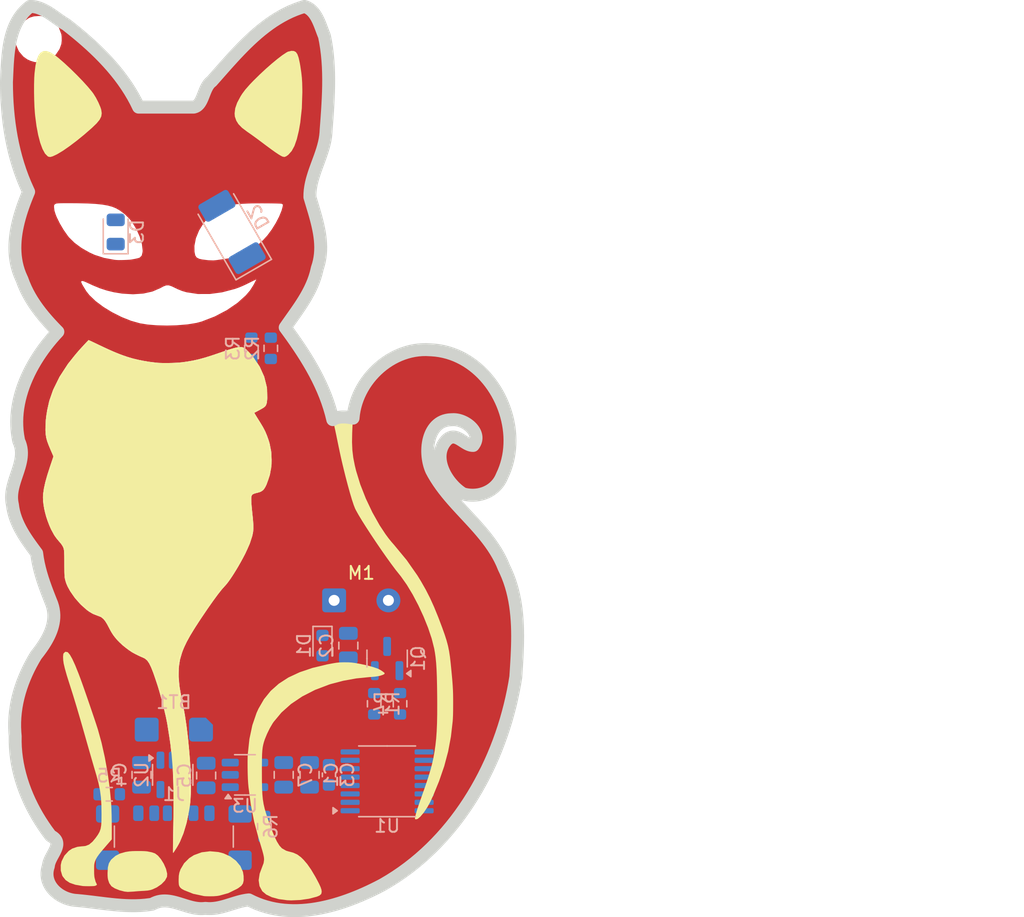
<source format=kicad_pcb>
(kicad_pcb (version 20240108) (generator "pcbnew") (generator_version "8.0")
  (layers (0 "F.Cu" signal) (31 "B.Cu" signal) (36 "B.SilkS" user "B.Silkscreen") (37 "F.SilkS" user "F.Silkscreen") (38 "B.Mask" user) (39 "F.Mask" user) (44 "Edge.Cuts" user))
  (net 0 "")
  (net 1 "GND")
  (net 2 "/VBAT")
  (net 3 "/3V3")
  (net 4 "/5V_USB")
  (net 5 "/LED1_R")
  (net 6 "/LED2_R")
  (net 7 "/MOTOR_GND")
  (net 8 "/MOTOR_MCU_R")
  (net 9 "/LED_MCU")
  (net 10 "/MOTOR_MCU")
  (net 11 "/CC2")
  (net 12 "/CC1")
  (net 15 "Net-(U1-P1.3{slash}UCA0STE{slash}TCK{slash}A4)")
  (net 16 "Net-(U1-P1.5{slash}UCA0CLK{slash}TMS{slash}A5)")
  (net 17 "Net-(U1-P1.6{slash}UCA0RXD{slash}UCA0SOMI{slash}TB0.1{slash}TDI{slash}TCLK{slash}A6)")
  (net 19 "Net-(U1-P1.4{slash}UCA0STE{slash}TCK{slash}A4)")
  (footprint "Graphics" (layer "F.Cu") (at 0 0)
    (property "Reference" "" (at 78.533714 27.204 -0) (layer "B.SilkS") (effects (font (size 1.27 1.27)) (justify mirror)))
    (property "Value" "")
  )
  (footprint "Connector_Wire:SolderWire-0.25sqmm_1x02_P4.2mm_D0.65mm_OD1.7mm" (layer "F.Cu") (at 25.4 46)
    (property "Reference" "M1" (at 2.1 -2.12 0) (layer "F.SilkS"))
    (property "Value" "Motor_DC_ALT")
    (pad "1" thru_hole roundrect (at 0 0) (size 1.85 1.85) (drill 0.85) (layers "*.Cu" "*.Mask") (roundrect_rratio 0.135135) (net 3 "/3V3"))
    (pad "2" thru_hole circle (at 4.2 0) (size 1.85 1.85) (drill 0.85) (layers "*.Cu" "*.Mask") (net 7 "/MOTOR_GND"))
  )
  (footprint "Graphics" (layer "F.Cu") (at 78.533714 27.204 180)
    (property "Reference" "" (at 0 0 0) (layer "B.SilkS") (effects (font (size 1.27 1.27)) (justify mirror)))
    (property "Value" "")
  )
  (footprint "Graphics" (layer "F.Cu") (at 0 0)
    (property "Reference" "" (at 78.533714 27.204 -0) (layer "B.SilkS") (effects (font (size 1.27 1.27)) (justify mirror)))
    (property "Value" "")
    (fp_poly (pts (xy 2.242 0.049) (xy 2.313 0.069) (xy 2.685 0.22) (xy 3.151 0.465) (xy 3.685 0.787) (xy 4.266 1.172) (xy 4.868 1.603) (xy 5.468 2.064) (xy 5.96 2.471) (xy 6.356 2.828) (xy 6.818 3.276) (xy 7.312 3.779) (xy 7.804 4.303) (xy 8.261 4.813) (xy 8.489 5.08) (xy 8.966 5.663) (xy 9.347 6.168) (xy 9.655 6.625) (xy 9.909 7.067) (xy 10.132 7.525) (xy 10.172 7.615) (xy 10.27 7.84) (xy 12.56 7.84) (xy 14.85 7.84) (xy 15.04 7.377) (xy 15.271 6.856) (xy 15.514 6.412) (xy 15.804 5.991) (xy 16.175 5.538) (xy 16.29 5.408) (xy 16.847 4.783) (xy 17.32 4.26) (xy 17.727 3.818) (xy 18.088 3.434) (xy 18.423 3.089) (xy 18.439 3.073) (xy 18.886 2.63) (xy 19.286 2.262) (xy 19.68 1.934) (xy 20.107 1.615) (xy 20.61 1.272) (xy 20.979 1.032) (xy 21.616 0.643) (xy 22.17 0.346) (xy 22.626 0.15) (xy 22.66 0.138) (xy 22.967 0.068) (xy 23.235 0.067) (xy 23.347 0.098) (xy 23.571 0.273) (xy 23.817 0.578) (xy 24.069 0.988) (xy 24.312 1.477) (xy 24.532 2.02) (xy 24.591 2.19) (xy 24.719 2.619) (xy 24.809 3.038) (xy 24.874 3.515) (xy 24.901 3.8) (xy 24.911 3.993) (xy 24.919 4.315) (xy 24.926 4.735) (xy 24.931 5.221) (xy 24.935 5.743) (xy 24.936 6.269) (xy 24.935 6.768) (xy 24.932 7.21) (xy 24.926 7.562) (xy 24.922 7.715) (xy 24.873 8.646) (xy 24.799 9.459) (xy 24.691 10.197) (xy 24.541 10.901) (xy 24.342 11.614) (xy 24.086 12.376) (xy 23.989 12.64) (xy 23.813 13.118) (xy 23.687 13.477) (xy 23.601 13.747) (xy 23.549 13.957) (xy 23.52 14.138) (xy 23.506 14.32) (xy 23.505 14.342) (xy 23.504 14.583) (xy 23.526 14.818) (xy 23.578 15.082) (xy 23.669 15.41) (xy 23.806 15.84) (xy 23.869 16.03) (xy 24.063 16.635) (xy 24.199 17.14) (xy 24.286 17.587) (xy 24.333 18.021) (xy 24.347 18.487) (xy 24.347 18.51) (xy 24.34 18.921) (xy 24.31 19.267) (xy 24.249 19.642) (xy 24.228 19.75) (xy 24.115 20.217) (xy 23.951 20.765) (xy 23.755 21.334) (xy 23.549 21.868) (xy 23.352 22.307) (xy 23.337 22.337) (xy 23.211 22.57) (xy 23.058 22.816) (xy 22.858 23.109) (xy 22.59 23.477) (xy 22.409 23.72) (xy 22.073 24.175) (xy 21.832 24.512) (xy 21.684 24.74) (xy 21.622 24.864) (xy 21.62 24.879) (xy 21.682 25.028) (xy 21.869 25.275) (xy 21.89 25.299) (xy 22.068 25.527) (xy 22.308 25.859) (xy 22.587 26.263) (xy 22.884 26.708) (xy 23.178 27.16) (xy 23.446 27.587) (xy 23.668 27.957) (xy 23.67 27.96) (xy 24.352 29.297) (xy 24.91 30.73) (xy 25.108 31.362) (xy 25.183 31.62) (xy 25.239 31.817) (xy 25.26 31.894) (xy 25.281 31.978) (xy 25.407 31.931) (xy 25.825 31.832) (xy 26.304 31.813) (xy 26.615 31.847) (xy 26.769 31.873) (xy 26.827 31.88) (xy 26.858 31.819) (xy 26.868 31.735) (xy 26.934 31.254) (xy 27.05 30.802) (xy 27.232 30.321) (xy 27.426 29.9) (xy 27.907 29.067) (xy 28.485 28.35) (xy 28.799 28.044) (xy 29.551 27.469) (xy 30.369 27.036) (xy 31.242 26.748) (xy 32.156 26.611) (xy 33.099 26.626) (xy 33.678 26.71) (xy 34.592 26.969) (xy 35.464 27.376) (xy 36.276 27.92) (xy 37.01 28.591) (xy 37.055 28.64) (xy 37.664 29.395) (xy 38.161 30.23) (xy 38.211 30.33) (xy 38.616 31.334) (xy 38.87 32.393) (xy 38.975 33.503) (xy 38.975 33.918) (xy 38.888 34.857) (xy 38.672 35.705) (xy 38.328 36.46) (xy 37.858 37.118) (xy 37.617 37.372) (xy 37.409 37.548) (xy 37.192 37.666) (xy 36.92 37.743) (xy 36.549 37.794) (xy 36.384 37.809) (xy 35.964 37.835) (xy 35.658 37.826) (xy 35.422 37.772) (xy 35.21 37.666) (xy 35.06 37.563) (xy 34.787 37.326) (xy 34.516 37.041) (xy 34.42 36.922) (xy 34.093 36.423) (xy 33.835 35.899) (xy 33.658 35.384) (xy 33.575 34.916) (xy 33.582 34.626) (xy 33.7 34.18) (xy 33.909 33.802) (xy 34.186 33.529) (xy 34.291 33.468) (xy 34.455 33.404) (xy 34.603 33.386) (xy 34.851 33.396) (xy 35.083 33.474) (xy 35.344 33.64) (xy 35.56 33.812) (xy 35.823 33.975) (xy 36.064 34.021) (xy 36.193 33.982) (xy 36.311 33.831) (xy 36.373 33.588) (xy 36.374 33.574) (xy 36.329 33.153) (xy 36.134 32.768) (xy 35.796 32.434) (xy 35.72 32.38) (xy 35.263 32.153) (xy 34.75 32.037) (xy 34.234 32.036) (xy 33.807 32.141) (xy 33.388 32.392) (xy 33.055 32.772) (xy 32.814 33.274) (xy 32.677 33.842) (xy 32.659 34.069) (xy 32.653 34.378) (xy 32.66 34.694) (xy 32.678 34.94) (xy 32.79 35.513) (xy 32.981 36.054) (xy 33.265 36.594) (xy 33.661 37.167) (xy 33.958 37.54) (xy 34.148 37.764) (xy 34.36 38.003) (xy 34.628 38.293) (xy 34.87 38.55) (xy 35.617 39.352) (xy 36.256 40.065) (xy 36.799 40.705) (xy 37.259 41.289) (xy 37.648 41.834) (xy 37.978 42.356) (xy 38.262 42.872) (xy 38.511 43.398) (xy 38.606 43.62) (xy 38.776 44.053) (xy 38.955 44.55) (xy 39.125 45.054) (xy 39.265 45.508) (xy 39.338 45.774) (xy 39.406 46.063) (xy 39.457 46.331) (xy 39.494 46.611) (xy 39.521 46.934) (xy 39.539 47.332) (xy 39.552 47.839) (xy 39.558 48.21) (xy 39.567 49.316) (xy 39.553 50.293) (xy 39.511 51.171) (xy 39.438 51.979) (xy 39.329 52.746) (xy 39.18 53.504) (xy 38.988 54.28) (xy 38.747 55.106) (xy 38.463 55.98) (xy 37.824 57.701) (xy 37.099 59.307) (xy 36.274 60.825) (xy 35.63 61.85) (xy 34.604 63.266) (xy 33.489 64.562) (xy 32.291 65.733) (xy 31.016 66.775) (xy 29.67 67.682) (xy 28.261 68.449) (xy 26.795 69.073) (xy 25.277 69.549) (xy 25.031 69.611) (xy 24.244 69.785) (xy 23.55 69.902) (xy 22.897 69.968) (xy 22.34 69.989) (xy 22.053 69.991) (xy 21.824 69.991) (xy 21.71 69.988) (xy 20.898 69.885) (xy 20.3 69.747) (xy 19.918 69.626) (xy 19.519 69.483) (xy 19.158 69.338) (xy 18.89 69.213) (xy 18.865 69.199) (xy 18.698 69.146) (xy 18.478 69.158) (xy 18.173 69.242) (xy 17.869 69.356) (xy 17.548 69.48) (xy 17.304 69.563) (xy 17.065 69.627) (xy 17.01 69.641) (xy 16.03 69.795) (xy 15.021 69.801) (xy 14.338 69.72) (xy 14.083 69.67) (xy 13.82 69.603) (xy 13.496 69.504) (xy 13.21 69.41) (xy 12.819 69.286) (xy 12.53 69.219) (xy 12.299 69.205) (xy 12.08 69.241) (xy 11.888 69.301) (xy 11.562 69.413) (xy 11.286 69.5) (xy 11.034 69.564) (xy 10.782 69.606) (xy 10.507 69.627) (xy 10.183 69.628) (xy 9.787 69.611) (xy 9.294 69.577) (xy 8.68 69.527) (xy 8.27 69.493) (xy 7.568 69.433) (xy 7.004 69.383) (xy 6.554 69.34) (xy 6.199 69.303) (xy 5.914 69.268) (xy 5.678 69.233) (xy 5.47 69.195) (xy 5.266 69.152) (xy 5.2 69.137) (xy 4.641 68.981) (xy 4.198 68.79) (xy 3.999 68.67) (xy 3.613 68.333) (xy 3.36 67.916) (xy 3.232 67.409) (xy 3.214 67.09) (xy 3.223 66.855) (xy 3.262 66.633) (xy 3.342 66.348) (xy 3.362 66.288) (xy 3.466 66) (xy 3.611 65.672) (xy 3.818 65.256) (xy 3.824 65.246) (xy 3.939 65.017) (xy 4.016 64.855) (xy 4.037 64.801) (xy 3.982 64.738) (xy 3.847 64.592) (xy 3.669 64.406) (xy 3.392 64.112) (xy 3.189 63.877) (xy 3.018 63.651) (xy 2.9 63.48) (xy 2.527 62.869) (xy 2.147 62.148) (xy 1.784 61.366) (xy 1.516 60.712) (xy 1.382 60.348) (xy 1.238 59.935) (xy 1.107 59.538) (xy 1.011 59.223) (xy 1.01 59.22) (xy 0.924 58.899) (xy 0.858 58.603) (xy 0.809 58.304) (xy 0.774 57.975) (xy 0.751 57.588) (xy 0.738 57.115) (xy 0.732 56.53) (xy 0.731 56.04) (xy 0.731 55.479) (xy 0.734 55.049) (xy 0.74 54.724) (xy 0.751 54.474) (xy 0.767 54.273) (xy 0.79 54.091) (xy 0.812 53.95) (xy 0.918 53.49) (xy 1.095 52.93) (xy 1.329 52.304) (xy 1.606 51.649) (xy 1.84 51.15) (xy 2.154 50.546) (xy 2.475 50.018) (xy 2.849 49.485) (xy 2.89 49.43) (xy 3.125 49.107) (xy 3.287 48.858) (xy 3.404 48.635) (xy 3.446 48.54) (xy 3.614 48.025) (xy 3.683 47.478) (xy 3.687 47.29) (xy 3.651 46.727) (xy 3.536 46.179) (xy 3.329 45.595) (xy 3.185 45.27) (xy 2.924 44.668) (xy 2.74 44.128) (xy 2.612 43.584) (xy 2.531 43.049) (xy 2.472 42.663) (xy 2.397 42.384) (xy 2.306 42.18) (xy 2.223 42.04) (xy 2.128 41.921) (xy 2.032 41.82) (xy 1.56 41.236) (xy 1.144 40.528) (xy 0.802 39.729) (xy 0.733 39.526) (xy 0.608 39.11) (xy 0.533 38.765) (xy 0.496 38.414) (xy 0.492 38.323) (xy 2.88 38.323) (xy 2.966 38.918) (xy 3.128 39.555) (xy 3.357 40.191) (xy 3.511 40.53) (xy 3.727 40.929) (xy 3.956 41.253) (xy 4.085 41.404) (xy 4.274 41.625) (xy 4.384 41.782) (xy 4.438 41.895) (xy 4.474 41.999) (xy 4.499 42.117) (xy 4.515 42.28) (xy 4.524 42.519) (xy 4.528 42.864) (xy 4.529 43.2) (xy 4.531 43.607) (xy 4.533 43.887) (xy 4.539 44.072) (xy 4.548 44.197) (xy 4.563 44.293) (xy 4.576 44.352) (xy 4.657 44.649) (xy 4.777 44.933) (xy 4.967 45.273) (xy 4.977 45.29) (xy 5.356 45.832) (xy 5.813 46.344) (xy 6.298 46.771) (xy 6.453 46.882) (xy 6.792 47.071) (xy 7.13 47.199) (xy 7.367 47.29) (xy 7.552 47.443) (xy 7.554 47.446) (xy 7.695 47.618) (xy 7.839 47.852) (xy 7.964 48.089) (xy 8.145 48.43) (xy 8.312 48.692) (xy 8.509 48.943) (xy 8.616 49.067) (xy 9.023 49.467) (xy 9.508 49.846) (xy 9.76 50.011) (xy 9.985 50.136) (xy 10.26 50.274) (xy 10.504 50.385) (xy 10.57 50.411) (xy 10.777 50.513) (xy 10.949 50.667) (xy 11.105 50.9) (xy 11.265 51.241) (xy 11.405 51.6) (xy 11.764 52.657) (xy 12.093 53.803) (xy 12.372 54.967) (xy 12.488 55.54) (xy 12.746 57.208) (xy 12.912 58.981) (xy 12.985 60.868) (xy 12.978 62.49) (xy 12.961 63.315) (xy 12.948 64.023) (xy 12.94 64.604) (xy 12.936 65.052) (xy 12.938 65.36) (xy 12.944 65.519) (xy 12.949 65.54) (xy 12.992 65.481) (xy 13.086 65.338) (xy 13.095 65.325) (xy 13.267 65.052) (xy 13.389 64.839) (xy 13.459 64.703) (xy 13.737 64.041) (xy 13.972 63.266) (xy 14.155 62.422) (xy 14.276 61.555) (xy 14.318 60.947) (xy 14.326 60.235) (xy 14.304 59.405) (xy 14.255 58.498) (xy 14.182 57.551) (xy 14.089 56.606) (xy 13.979 55.7) (xy 13.856 54.873) (xy 13.74 54.246) (xy 13.678 53.945) (xy 13.617 53.653) (xy 13.602 53.58) (xy 13.446 52.695) (xy 13.372 51.921) (xy 13.382 51.229) (xy 13.476 50.594) (xy 13.654 49.987) (xy 13.664 49.96) (xy 13.818 49.584) (xy 14.007 49.191) (xy 14.245 48.758) (xy 14.548 48.258) (xy 14.928 47.668) (xy 15.119 47.38) (xy 15.613 46.649) (xy 16.051 46.026) (xy 16.425 45.518) (xy 16.73 45.134) (xy 16.95 44.89) (xy 17.146 44.662) (xy 17.393 44.319) (xy 17.672 43.891) (xy 17.966 43.409) (xy 18.255 42.901) (xy 18.521 42.398) (xy 18.54 42.36) (xy 18.871 41.623) (xy 19.079 40.979) (xy 19.132 40.722) (xy 19.156 40.461) (xy 19.152 40.129) (xy 19.118 39.688) (xy 19.101 39.525) (xy 19.045 38.98) (xy 19.009 38.571) (xy 18.991 38.276) (xy 18.992 38.073) (xy 19.011 37.94) (xy 19.047 37.854) (xy 19.057 37.84) (xy 19.134 37.773) (xy 19.281 37.721) (xy 19.426 37.688) (xy 19.719 37.6) (xy 19.923 37.459) (xy 20.084 37.224) (xy 20.172 37.039) (xy 20.431 36.297) (xy 20.554 35.533) (xy 20.569 35.13) (xy 20.533 34.473) (xy 20.413 33.864) (xy 20.322 33.563) (xy 20.203 33.23) (xy 20.07 32.925) (xy 19.901 32.603) (xy 19.674 32.222) (xy 19.504 31.952) (xy 19.361 31.722) (xy 19.263 31.555) (xy 19.231 31.487) (xy 19.231 31.486) (xy 19.324 31.44) (xy 19.501 31.346) (xy 19.706 31.232) (xy 19.883 31.131) (xy 19.974 31.075) (xy 20.105 30.943) (xy 20.184 30.75) (xy 20.224 30.454) (xy 20.231 30.33) (xy 20.192 29.502) (xy 19.995 28.696) (xy 19.642 27.915) (xy 19.236 27.296) (xy 19.042 27.056) (xy 18.825 26.813) (xy 18.627 26.611) (xy 18.497 26.501) (xy 18.361 26.431) (xy 18.202 26.399) (xy 17.997 26.409) (xy 17.723 26.464) (xy 17.358 26.57) (xy 16.878 26.729) (xy 16.6 26.826) (xy 15.944 27.05) (xy 15.392 27.222) (xy 14.899 27.354) (xy 14.423 27.456) (xy 13.918 27.541) (xy 13.696 27.572) (xy 13.322 27.608) (xy 12.857 27.631) (xy 12.372 27.639) (xy 11.934 27.631) (xy 11.784 27.622) (xy 11.028 27.535) (xy 10.252 27.391) (xy 9.83 27.287) (xy 9.341 27.141) (xy 8.846 26.965) (xy 8.308 26.746) (xy 7.693 26.469) (xy 7.234 26.251) (xy 6.909 26.095) (xy 6.643 25.969) (xy 6.464 25.888) (xy 6.402 25.864) (xy 6.344 25.921) (xy 6.208 26.062) (xy 6.029 26.254) (xy 5.836 26.463) (xy 5.662 26.654) (xy 5.619 26.701) (xy 4.8 27.71) (xy 4.141 28.728) (xy 3.641 29.754) (xy 3.371 30.53) (xy 3.196 31.285) (xy 3.09 32.067) (xy 3.064 32.803) (xy 3.067 32.88) (xy 3.087 33.177) (xy 3.129 33.439) (xy 3.206 33.711) (xy 3.331 34.042) (xy 3.472 34.377) (xy 3.683 34.864) (xy 3.423 35.637) (xy 3.212 36.291) (xy 3.058 36.836) (xy 2.953 37.309) (xy 2.888 37.746) (xy 2.88 37.813) (xy 2.88 38.323) (xy 0.492 38.323) (xy 0.486 38.16) (xy 0.486 37.836) (xy 0.508 37.532) (xy 0.558 37.213) (xy 0.644 36.846) (xy 0.772 36.396) (xy 0.943 35.85) (xy 1.104 35.325) (xy 1.206 34.94) (xy 1.251 34.688) (xy 1.237 34.413) (xy 1.14 34.064) (xy 1.102 33.96) (xy 0.903 33.288) (xy 0.866 33.09) (xy 0.842 32.833) (xy 0.83 32.478) (xy 0.83 32.088) (xy 0.843 31.723) (xy 0.866 31.46) (xy 1.11 30.269) (xy 1.498 29.087) (xy 2.02 27.947) (xy 2.663 26.88) (xy 2.732 26.78) (xy 2.897 26.55) (xy 3.064 26.333) (xy 3.265 26.089) (xy 3.532 25.777) (xy 3.606 25.692) (xy 3.812 25.454) (xy 3.934 25.309) (xy 3.989 25.231) (xy 3.998 25.193) (xy 3.986 25.173) (xy 3.919 25.099) (xy 3.77 24.937) (xy 3.567 24.717) (xy 3.478 24.621) (xy 3.167 24.283) (xy 2.942 24.034) (xy 2.775 23.842) (xy 2.644 23.681) (xy 2.555 23.566) (xy 1.979 22.703) (xy 1.488 21.74) (xy 1.353 21.389) (xy 5.836 21.389) (xy 5.917 21.57) (xy 5.918 21.571) (xy 6.22 22.07) (xy 6.471 22.388) (xy 6.951 22.847) (xy 7.551 23.296) (xy 8.234 23.714) (xy 8.962 24.08) (xy 9.694 24.371) (xy 10.394 24.568) (xy 10.395 24.568) (xy 10.989 24.662) (xy 11.692 24.719) (xy 12.458 24.739) (xy 13.2 24.719) (xy 14.05 24.649) (xy 14.75 24.534) (xy 15.149 24.427) (xy 16.167 24.033) (xy 17.1 23.546) (xy 17.925 22.979) (xy 18.57 22.398) (xy 18.884 22.03) (xy 19.151 21.614) (xy 19.237 21.456) (xy 19.328 21.278) (xy 19.377 21.178) (xy 19.38 21.17) (xy 19.315 21.198) (xy 19.145 21.279) (xy 18.925 21.387) (xy 18.534 21.579) (xy 18.231 21.717) (xy 17.963 21.824) (xy 17.712 21.911) (xy 16.738 22.168) (xy 15.78 22.298) (xy 14.86 22.299) (xy 14.004 22.169) (xy 13.933 22.151) (xy 13.617 22.058) (xy 13.322 21.938) (xy 13.126 21.843) (xy 12.817 21.697) (xy 12.594 21.627) (xy 12.402 21.633) (xy 12.186 21.717) (xy 11.938 21.852) (xy 11.336 22.11) (xy 10.629 22.266) (xy 9.842 22.32) (xy 8.995 22.268) (xy 8.38 22.168) (xy 7.817 22.033) (xy 7.277 21.857) (xy 6.7 21.618) (xy 6.4 21.479) (xy 6.15 21.363) (xy 6.002 21.306) (xy 5.92 21.291) (xy 5.837 21.309) (xy 5.836 21.389) (xy 1.353 21.389) (xy 1.069 20.654) (xy 1.04 20.567) (xy 0.951 20.29) (xy 0.878 20.047) (xy 0.849 19.946) (xy 0.705 19.116) (xy 0.695 18.245) (xy 0.82 17.316) (xy 0.96 16.72) (xy 1.026 16.488) (xy 1.097 16.255) (xy 1.188 15.985) (xy 1.309 15.641) (xy 1.355 15.514) (xy 3.732 15.514) (xy 3.733 15.593) (xy 3.763 15.845) (xy 3.855 16.142) (xy 3.94 16.352) (xy 4.182 16.843) (xy 4.484 17.352) (xy 4.802 17.804) (xy 4.896 17.92) (xy 5.32 18.338) (xy 5.862 18.737) (xy 6.479 19.089) (xy 6.872 19.268) (xy 7.599 19.503) (xy 8.393 19.65) (xy 8.56 19.667) (xy 8.758 19.674) (xy 9.044 19.67) (xy 9.35 19.659) (xy 9.605 19.643) (xy 9.706 19.631) (xy 10.034 19.571) (xy 10.276 19.511) (xy 10.365 19.477) (xy 10.517 19.318) (xy 10.582 19.033) (xy 10.585 18.92) (xy 10.543 18.578) (xy 14.591 18.578) (xy 14.599 19.029) (xy 14.657 19.309) (xy 14.77 19.479) (xy 14.977 19.579) (xy 15.21 19.628) (xy 15.659 19.684) (xy 16.052 19.698) (xy 16.268 19.68) (xy 16.405 19.66) (xy 16.648 19.625) (xy 16.948 19.583) (xy 16.97 19.58) (xy 17.451 19.506) (xy 17.817 19.433) (xy 18.113 19.347) (xy 18.383 19.237) (xy 18.51 19.176) (xy 18.973 18.899) (xy 19.463 18.528) (xy 19.923 18.107) (xy 20.23 17.77) (xy 20.57 17.312) (xy 20.883 16.809) (xy 21.146 16.302) (xy 21.337 15.833) (xy 21.422 15.515) (xy 21.434 15.382) (xy 21.372 15.329) (xy 21.327 15.316) (xy 21.21 15.305) (xy 20.967 15.296) (xy 20.631 15.289) (xy 20.237 15.285) (xy 19.818 15.284) (xy 19.408 15.285) (xy 19.042 15.289) (xy 18.752 15.297) (xy 18.71 15.299) (xy 18.139 15.329) (xy 17.699 15.363) (xy 17.362 15.405) (xy 17.1 15.457) (xy 16.973 15.493) (xy 16.544 15.684) (xy 16.101 15.979) (xy 15.799 16.243) (xy 15.322 16.789) (xy 14.955 17.378) (xy 14.707 17.983) (xy 14.591 18.578) (xy 10.543 18.578) (xy 10.524 18.416) (xy 10.356 17.857) (xy 10.103 17.291) (xy 9.782 16.763) (xy 9.57 16.49) (xy 9.242 16.162) (xy 8.86 15.864) (xy 8.534 15.672) (xy 8.236 15.551) (xy 7.886 15.455) (xy 7.466 15.382) (xy 6.955 15.329) (xy 6.336 15.295) (xy 5.588 15.277) (xy 5.07 15.273) (xy 4.615 15.272) (xy 4.293 15.275) (xy 4.078 15.282) (xy 3.942 15.295) (xy 3.861 15.318) (xy 3.806 15.352) (xy 3.785 15.369) (xy 3.743 15.42) (xy 3.732 15.514) (xy 1.355 15.514) (xy 1.474 15.185) (xy 1.481 15.166) (xy 1.765 14.384) (xy 1.451 13.637) (xy 1.144 12.873) (xy 0.904 12.185) (xy 0.709 11.511) (xy 0.561 10.88) (xy 0.291 9.382) (xy 0.126 7.874) (xy 0.061 6.3) (xy 0.059 5.99) (xy 0.074 5.071) (xy 0.124 4.261) (xy 0.211 3.512) (xy 0.292 3.02) (xy 0.399 2.57) (xy 0.753 2.57) (xy 0.758 2.8) (xy 0.778 2.954) (xy 0.797 3.03) (xy 1.012 3.522) (xy 1.357 3.927) (xy 1.68 4.156) (xy 1.912 4.257) (xy 2.184 4.339) (xy 2.28 4.358) (xy 2.583 4.37) (xy 2.903 4.336) (xy 2.97 4.321) (xy 3.459 4.115) (xy 3.861 3.784) (xy 4.155 3.349) (xy 4.293 2.967) (xy 4.326 2.694) (xy 4.32 2.377) (xy 4.292 2.192) (xy 4.1 1.691) (xy 3.774 1.279) (xy 3.671 1.189) (xy 3.228 0.921) (xy 3.007 0.846) (xy 2.845 0.807) (xy 2.683 0.793) (xy 2.53 0.793) (xy 2.186 0.817) (xy 1.897 0.901) (xy 1.77 0.957) (xy 1.328 1.255) (xy 0.995 1.665) (xy 0.808 2.09) (xy 0.771 2.232) (xy 0.756 2.377) (xy 0.753 2.57) (xy 0.399 2.57) (xy 0.494 2.173) (xy 0.763 1.434) (xy 1.094 0.818) (xy 1.469 0.35) (xy 1.737 0.125) (xy 1.98 0.03)) (fill solid) (layer "F.Cu"))
  )
  (footprint "Graphics" (layer "F.Cu") (at 0 0)
    (property "Reference" "" (at 78.533714 27.204 -0) (layer "B.SilkS") (effects (font (size 1.27 1.27)) (justify mirror)))
    (property "Value" "")
  )
  (footprint "Package_TO_SOT_SMD:SOT-23-5" (layer "B.Cu") (at 12.912 59.5 -90)
    (property "Reference" "U2" (at 0 2.4 90) (layer "B.SilkS") (effects (justify mirror)))
    (property "Value" "MCP73811T-420I-OT")
    (pad "1" smd roundrect (at -1.1375 0.95 270) (size 1.325 0.6) (layers "B.Cu" "B.Paste" "B.Mask") (net 4 "/5V_USB"))
    (pad "2" smd roundrect (at -1.1375 0 270) (size 1.325 0.6) (layers "B.Cu" "B.Paste" "B.Mask") (net 1 "GND"))
    (pad "3" smd roundrect (at -1.1375 -0.95 270) (size 1.325 0.6) (layers "B.Cu" "B.Paste" "B.Mask") (net 2 "/VBAT"))
    (pad "4" smd roundrect (at 1.1375 -0.95 270) (size 1.325 0.6) (layers "B.Cu" "B.Paste" "B.Mask") (net 4 "/5V_USB"))
    (pad "5" smd roundrect (at 1.1375 0.95 270) (size 1.325 0.6) (layers "B.Cu" "B.Paste" "B.Mask") (net 1 "GND"))
  )
  (footprint "Package_SO:TSSOP-16_4.4x5mm_P0.65mm" (layer "B.Cu") (at 29.5 60)
    (property "Reference" "U1" (at 0 3.45 360) (layer "B.SilkS") (effects (justify mirror)))
    (property "Value" "MSP430FR2110/MSP430FR2111")
    (pad "1" smd roundrect (at -2.8625 2.275) (size 1.475 0.4) (layers "B.Cu" "B.Paste" "B.Mask"))
    (pad "2" smd roundrect (at -2.8625 1.625) (size 1.475 0.4) (layers "B.Cu" "B.Paste" "B.Mask"))
    (pad "3" smd roundrect (at -2.8625 0.975) (size 1.475 0.4) (layers "B.Cu" "B.Paste" "B.Mask"))
    (pad "4" smd roundrect (at -2.8625 0.325) (size 1.475 0.4) (layers "B.Cu" "B.Paste" "B.Mask"))
    (pad "5" smd roundrect (at -2.8625 -0.325) (size 1.475 0.4) (layers "B.Cu" "B.Paste" "B.Mask") (net 3 "/3V3"))
    (pad "6" smd roundrect (at -2.8625 -0.975) (size 1.475 0.4) (layers "B.Cu" "B.Paste" "B.Mask") (net 1 "GND"))
    (pad "7" smd roundrect (at -2.8625 -1.625) (size 1.475 0.4) (layers "B.Cu" "B.Paste" "B.Mask"))
    (pad "8" smd roundrect (at -2.8625 -2.275) (size 1.475 0.4) (layers "B.Cu" "B.Paste" "B.Mask"))
    (pad "9" smd roundrect (at 2.8625 -2.275) (size 1.475 0.4) (layers "B.Cu" "B.Paste" "B.Mask"))
    (pad "10" smd roundrect (at 2.8625 -1.625) (size 1.475 0.4) (layers "B.Cu" "B.Paste" "B.Mask") (net 9 "/LED_MCU"))
    (pad "11" smd roundrect (at 2.8625 -0.975) (size 1.475 0.4) (layers "B.Cu" "B.Paste" "B.Mask") (net 10 "/MOTOR_MCU"))
    (pad "12" smd roundrect (at 2.8625 -0.325) (size 1.475 0.4) (layers "B.Cu" "B.Paste" "B.Mask") (net 17 "Net-(U1-P1.6{slash}UCA0RXD{slash}UCA0SOMI{slash}TB0.1{slash}TDI{slash}TCLK{slash}A6)"))
    (pad "13" smd roundrect (at 2.8625 0.325) (size 1.475 0.4) (layers "B.Cu" "B.Paste" "B.Mask") (net 16 "Net-(U1-P1.5{slash}UCA0CLK{slash}TMS{slash}A5)"))
    (pad "14" smd roundrect (at 2.8625 0.975) (size 1.475 0.4) (layers "B.Cu" "B.Paste" "B.Mask") (net 19 "Net-(U1-P1.4{slash}UCA0STE{slash}TCK{slash}A4)"))
    (pad "15" smd roundrect (at 2.8625 1.625) (size 1.475 0.4) (layers "B.Cu" "B.Paste" "B.Mask") (net 15 "Net-(U1-P1.3{slash}UCA0STE{slash}TCK{slash}A4)"))
    (pad "16" smd roundrect (at 2.8625 2.275) (size 1.475 0.4) (layers "B.Cu" "B.Paste" "B.Mask"))
  )
  (footprint "Resistor_SMD:R_0603_1608Metric" (layer "B.Cu") (at 20.5 26.5 -90)
    (property "Reference" "R2" (at 0 1.43 90) (layer "B.SilkS") (effects (justify mirror)))
    (property "Value" "1k")
    (pad "1" smd roundrect (at -0.825 0 270) (size 0.8 0.95) (layers "B.Cu" "B.Paste" "B.Mask") (net 5 "/LED1_R"))
    (pad "2" smd roundrect (at 0.825 0 270) (size 0.8 0.95) (layers "B.Cu" "B.Paste" "B.Mask") (net 9 "/LED_MCU"))
  )
  (footprint "Connector_USB:USB_C_Receptacle_GCT_USB4135-GF-A_6P_TopMnt_Horizontal" (layer "B.Cu") (at 13 65.5 180)
    (property "Reference" "J1" (at 0 4.5 0) (layer "B.SilkS") (effects (justify mirror)))
    (property "Value" "USB4135-GF-A_REVA")
    (pad "A5" smd roundrect (at -0.5 3.0325 180) (size 0.7 1.2) (layers "B.Cu" "B.Paste" "B.Mask") (net 12 "/CC1"))
    (pad "A9" smd roundrect (at 1.52 3.0325) (size 0.76 1.2) (layers "B.Cu" "B.Paste" "B.Mask") (net 4 "/5V_USB"))
    (pad "A12" smd roundrect (at 2.75 3.0325) (size 0.8 1.2) (layers "B.Cu" "B.Paste" "B.Mask") (net 1 "GND"))
    (pad "B5" smd roundrect (at 0.5 3.0325) (size 0.7 1.2) (layers "B.Cu" "B.Paste" "B.Mask") (net 11 "/CC2"))
    (pad "B9" smd roundrect (at -1.52 3.0325 180) (size 0.76 1.2) (layers "B.Cu" "B.Paste" "B.Mask") (net 4 "/5V_USB"))
    (pad "B12" smd roundrect (at -2.75 3.0325 180) (size 0.8 1.2) (layers "B.Cu" "B.Paste" "B.Mask") (net 1 "GND"))
    (pad "S1" smd roundrect (at -5.125 -0.6025 180) (size 1.8 1.5) (layers "B.Cu" "B.Paste" "B.Mask") (roundrect_rratio 0.1666666667) (net 1 "GND"))
    (pad "S1" smd roundrect (at -5.125 2.9775 180) (size 1.8 1.35) (layers "B.Cu" "B.Paste" "B.Mask") (roundrect_rratio 0.1851851852) (net 1 "GND"))
    (pad "S1" smd roundrect (at 5.125 -0.6025 180) (size 1.8 1.5) (layers "B.Cu" "B.Paste" "B.Mask") (roundrect_rratio 0.1666666667) (net 1 "GND"))
    (pad "S1" smd roundrect (at 5.125 2.9775 180) (size 1.8 1.35) (layers "B.Cu" "B.Paste" "B.Mask") (roundrect_rratio 0.1851851852) (net 1 "GND"))
  )
  (footprint "Connector_Wire:SolderWire-0.25sqmm_1x02_P4.2mm_D0.65mm_OD1.7mm" (layer "B.Cu") (at 15.1 56 180)
    (property "Reference" "BT1" (at 2.1 2.12 0) (layer "B.SilkS") (effects (justify mirror)))
    (property "Value" "Battery_Cell")
    (pad "1" smd roundrect (at 0 0 180) (size 1.85 1.85) (layers "B.Cu" "B.Paste" "B.Mask") (roundrect_rratio 0.15) (chamfer_ratio 0.3) (chamfer bottom_left) (net 2 "/VBAT"))
    (pad "2" smd roundrect (at 4.2 0 180) (size 1.85 1.85) (layers "B.Cu" "B.Paste" "B.Mask") (roundrect_rratio 0.1351351351) (net 1 "GND"))
  )
  (footprint "Resistor_SMD:R_0603_1608Metric" (layer "B.Cu") (at 8 61 180)
    (property "Reference" "R5" (at 0 1.43 360) (layer "B.SilkS") (effects (justify mirror)))
    (property "Value" "5.1k")
    (pad "1" smd roundrect (at -0.825 0 180) (size 0.8 0.95) (layers "B.Cu" "B.Paste" "B.Mask") (net 11 "/CC2"))
    (pad "2" smd roundrect (at 0.825 0 180) (size 0.8 0.95) (layers "B.Cu" "B.Paste" "B.Mask") (net 1 "GND"))
  )
  (footprint "Capacitor_SMD:C_0805_2012Metric" (layer "B.Cu") (at 23.5 59.5 90)
    (property "Reference" "C1" (at 0 1.68 90) (layer "B.SilkS") (effects (justify mirror)))
    (property "Value" "10u")
    (pad "1" smd roundrect (at -0.95 0 90) (size 1 1.45) (layers "B.Cu" "B.Paste" "B.Mask") (net 3 "/3V3"))
    (pad "2" smd roundrect (at 0.95 0 90) (size 1 1.45) (layers "B.Cu" "B.Paste" "B.Mask") (net 1 "GND"))
  )
  (footprint "Capacitor_SMD:C_0805_2012Metric" (layer "B.Cu") (at 26.5 49.5 -90)
    (property "Reference" "C2" (at 0 1.68 90) (layer "B.SilkS") (effects (justify mirror)))
    (property "Value" "10u")
    (pad "1" smd roundrect (at -0.95 0 270) (size 1 1.45) (layers "B.Cu" "B.Paste" "B.Mask") (net 3 "/3V3"))
    (pad "2" smd roundrect (at 0.95 0 270) (size 1 1.45) (layers "B.Cu" "B.Paste" "B.Mask") (net 1 "GND"))
  )
  (footprint "Capacitor_SMD:C_0603_1608Metric" (layer "B.Cu") (at 25 59.5 90)
    (property "Reference" "C3" (at 0 1.43 90) (layer "B.SilkS") (effects (justify mirror)))
    (property "Value" "100n")
    (pad "1" smd roundrect (at -0.775 0 90) (size 0.9 0.95) (layers "B.Cu" "B.Paste" "B.Mask") (net 3 "/3V3"))
    (pad "2" smd roundrect (at 0.775 0 90) (size 0.9 0.95) (layers "B.Cu" "B.Paste" "B.Mask") (net 1 "GND"))
  )
  (footprint "Capacitor_SMD:C_0805_2012Metric" (layer "B.Cu") (at 15.5 59.55 -90)
    (property "Reference" "C5" (at 0 1.68 90) (layer "B.SilkS") (effects (justify mirror)))
    (property "Value" "1u")
    (pad "1" smd roundrect (at -0.95 0 270) (size 1 1.45) (layers "B.Cu" "B.Paste" "B.Mask") (net 2 "/VBAT"))
    (pad "2" smd roundrect (at 0.95 0 270) (size 1 1.45) (layers "B.Cu" "B.Paste" "B.Mask") (net 1 "GND"))
  )
  (footprint "Diode_SMD:D_0603_1608Metric" (layer "B.Cu") (at 24.5 49.5 -90)
    (property "Reference" "D1" (at 0 1.43 90) (layer "B.SilkS") (effects (justify mirror)))
    (property "Value" "D_Schottky")
    (pad "1" smd roundrect (at -0.7875 0 270) (size 0.875 0.95) (layers "B.Cu" "B.Paste" "B.Mask") (net 3 "/3V3"))
    (pad "2" smd roundrect (at 0.7875 0 270) (size 0.875 0.95) (layers "B.Cu" "B.Paste" "B.Mask") (net 1 "GND"))
  )
  (footprint "Package_TO_SOT_SMD:SOT-23-5" (layer "B.Cu") (at 18.5 59.5)
    (property "Reference" "U3" (at 0 2.4 360) (layer "B.SilkS") (effects (justify mirror)))
    (property "Value" "TPS7A0533PDBZR")
    (pad "1" smd roundrect (at -1.1375 0.95) (size 1.325 0.6) (layers "B.Cu" "B.Paste" "B.Mask") (net 2 "/VBAT"))
    (pad "2" smd roundrect (at -1.1375 0) (size 1.325 0.6) (layers "B.Cu" "B.Paste" "B.Mask") (net 1 "GND"))
    (pad "3" smd roundrect (at -1.1375 -0.95) (size 1.325 0.6) (layers "B.Cu" "B.Paste" "B.Mask") (net 2 "/VBAT"))
    (pad "4" smd roundrect (at 1.1375 -0.95) (size 1.325 0.6) (layers "B.Cu" "B.Paste" "B.Mask"))
    (pad "5" smd roundrect (at 1.1375 0.95) (size 1.325 0.6) (layers "B.Cu" "B.Paste" "B.Mask") (net 3 "/3V3"))
  )
  (footprint "Capacitor_SMD:C_0805_2012Metric" (layer "B.Cu") (at 21.5 59.5 90)
    (property "Reference" "C7" (at 0 1.68 90) (layer "B.SilkS") (effects (justify mirror)))
    (property "Value" "1u")
    (pad "1" smd roundrect (at -0.95 0 90) (size 1 1.45) (layers "B.Cu" "B.Paste" "B.Mask") (net 3 "/3V3"))
    (pad "2" smd roundrect (at 0.95 0 90) (size 1 1.45) (layers "B.Cu" "B.Paste" "B.Mask") (net 1 "GND"))
  )
  (footprint "Resistor_SMD:R_0603_1608Metric" (layer "B.Cu") (at 20 63.5 90)
    (property "Reference" "R6" (at 0 0.5 90) (layer "B.SilkS") (effects (justify mirror)))
    (property "Value" "5.1k")
    (pad "1" smd roundrect (at -0.825 0 90) (size 0.8 0.95) (layers "B.Cu" "B.Paste" "B.Mask") (net 12 "/CC1"))
    (pad "2" smd roundrect (at 0.825 0 90) (size 0.8 0.95) (layers "B.Cu" "B.Paste" "B.Mask") (net 1 "GND"))
  )
  (footprint "LED_SMD:LED_2010_5025Metric_Pad1.52x2.65mm_HandSolder" (layer "B.Cu") (at 17.5 17.5 120)
    (property "Reference" "D2" (at 0 2.279999 120) (layer "B.SilkS") (effects (justify mirror)))
    (property "Value" "LED")
    (pad "1" smd roundrect (at -2.3375 0 120) (size 1.525 2.65) (layers "B.Cu" "B.Paste" "B.Mask") (roundrect_rratio 0.163934) (net 5 "/LED1_R"))
    (pad "2" smd roundrect (at 2.3375 0 120) (size 1.525 2.65) (layers "B.Cu" "B.Paste" "B.Mask") (roundrect_rratio 0.163934) (net 3 "/3V3"))
  )
  (footprint "LED_SMD:LED_0805_2012Metric" (layer "B.Cu") (at 8.5 17.5 90)
    (property "Reference" "D3" (at 0 1.65 90) (layer "B.SilkS") (effects (justify mirror)))
    (property "Value" "LED")
    (pad "1" smd roundrect (at -0.9375 0 90) (size 0.975 1.4) (layers "B.Cu" "B.Paste" "B.Mask") (net 6 "/LED2_R"))
    (pad "2" smd roundrect (at 0.9375 0 90) (size 0.975 1.4) (layers "B.Cu" "B.Paste" "B.Mask") (net 3 "/3V3"))
  )
  (footprint "Resistor_SMD:R_0603_1608Metric" (layer "B.Cu") (at 28.5 54 90)
    (property "Reference" "R1" (at 0 1.43 90) (layer "B.SilkS") (effects (justify mirror)))
    (property "Value" "100k")
    (pad "1" smd roundrect (at -0.825 0 90) (size 0.8 0.95) (layers "B.Cu" "B.Paste" "B.Mask") (net 8 "/MOTOR_MCU_R"))
    (pad "2" smd roundrect (at 0.825 0 90) (size 0.8 0.95) (layers "B.Cu" "B.Paste" "B.Mask") (net 1 "GND"))
  )
  (footprint "Capacitor_SMD:C_0805_2012Metric" (layer "B.Cu") (at 10.5 59.5 -90)
    (property "Reference" "C4" (at 0 1.68 90) (layer "B.SilkS") (effects (justify mirror)))
    (property "Value" "1u")
    (pad "1" smd roundrect (at -0.95 0 270) (size 1 1.45) (layers "B.Cu" "B.Paste" "B.Mask") (net 4 "/5V_USB"))
    (pad "2" smd roundrect (at 0.95 0 270) (size 1 1.45) (layers "B.Cu" "B.Paste" "B.Mask") (net 1 "GND"))
  )
  (footprint "Graphics" (layer "B.Cu") (at 78.533714 27.204 180)
    (property "Reference" "" (at 0 0 0) (layer "B.SilkS") (effects (font (size 1.27 1.27)) (justify mirror)))
    (property "Value" "")
  )
  (footprint "Resistor_SMD:R_0603_1608Metric" (layer "B.Cu") (at 19 26.5 -90)
    (property "Reference" "R3" (at 0 1.43 90) (layer "B.SilkS") (effects (justify mirror)))
    (property "Value" "1k")
    (pad "1" smd roundrect (at -0.825 0 270) (size 0.8 0.95) (layers "B.Cu" "B.Paste" "B.Mask") (net 6 "/LED2_R"))
    (pad "2" smd roundrect (at 0.825 0 270) (size 0.8 0.95) (layers "B.Cu" "B.Paste" "B.Mask") (net 9 "/LED_MCU"))
  )
  (footprint "Package_TO_SOT_SMD:SOT-23" (layer "B.Cu") (at 29.5 50.5 90)
    (property "Reference" "Q1" (at 0 2.4 90) (layer "B.SilkS") (effects (justify mirror)))
    (property "Value" "Q_NMOS_GSD")
    (pad "1" smd roundrect (at -0.9375 0.95 90) (size 1.475 0.6) (layers "B.Cu" "B.Paste" "B.Mask") (net 8 "/MOTOR_MCU_R"))
    (pad "2" smd roundrect (at -0.9375 -0.95 90) (size 1.475 0.6) (layers "B.Cu" "B.Paste" "B.Mask") (net 1 "GND"))
    (pad "3" smd roundrect (at 0.9375 0 90) (size 1.475 0.6) (layers "B.Cu" "B.Paste" "B.Mask") (net 7 "/MOTOR_GND"))
  )
  (footprint "Resistor_SMD:R_0603_1608Metric" (layer "B.Cu") (at 30.5 54 -90)
    (property "Reference" "R4" (at 0 1.43 90) (layer "B.SilkS") (effects (justify mirror)))
    (property "Value" "1k")
    (pad "1" smd roundrect (at -0.825 0 270) (size 0.8 0.95) (layers "B.Cu" "B.Paste" "B.Mask") (net 8 "/MOTOR_MCU_R"))
    (pad "2" smd roundrect (at 0.825 0 270) (size 0.8 0.95) (layers "B.Cu" "B.Paste" "B.Mask") (net 10 "/MOTOR_MCU"))
  )
  (footprint "Graphics" (layer "B.Cu") (at 78.533714 27.204 180)
    (property "Reference" "" (at 0 0 0) (layer "B.SilkS") (effects (font (size 1.27 1.27)) (justify mirror)))
    (property "Value" "")
  )
  (gr_poly (pts (xy 25.296 32.019) (xy 25.179 31.549) (xy 25.044 31.086) (xy 24.893 30.629) (xy 24.726 30.178) (xy 24.544 29.733) (xy 24.347 29.294) (xy 24.139 28.861) (xy 23.918 28.434) (xy 23.686 28.012) (xy 23.444 27.595) (xy 23.194 27.184) (xy 22.935 26.777) (xy 22.67 26.375) (xy 22.398 25.977) (xy 22.122 25.584) (xy 21.841 25.195) (xy 21.615 24.887) (xy 21.799 24.622) (xy 21.985 24.359) (xy 22.172 24.095) (xy 22.359 23.831) (xy 22.544 23.565) (xy 22.726 23.298) (xy 22.903 23.028) (xy 23.075 22.755) (xy 23.239 22.478) (xy 23.395 22.197) (xy 23.542 21.911) (xy 23.677 21.619) (xy 23.8 21.322) (xy 23.909 21.018) (xy 24.003 20.706) (xy 24.08 20.386) (xy 24.095 20.316) (xy 24.183 20.042) (xy 24.252 19.767) (xy 24.303 19.492) (xy 24.338 19.217) (xy 24.357 18.942) (xy 24.362 18.667) (xy 24.353 18.392) (xy 24.333 18.118) (xy 24.301 17.843) (xy 24.26 17.569) (xy 24.209 17.296) (xy 24.151 17.023) (xy 24.087 16.752) (xy 24.017 16.48) (xy 23.943 16.21) (xy 23.866 15.941) (xy 23.786 15.673) (xy 23.706 15.406) (xy 23.626 15.141) (xy 23.547 14.876) (xy 23.524 14.797) (xy 23.529 14.525) (xy 23.552 14.256) (xy 23.59 13.99) (xy 23.642 13.726) (xy 23.706 13.465) (xy 23.781 13.205) (xy 23.863 12.946) (xy 23.951 12.689) (xy 24.044 12.432) (xy 24.138 12.175) (xy 24.233 11.918) (xy 24.327 11.661) (xy 24.416 11.402) (xy 24.501 11.142) (xy 24.577 10.881) (xy 24.645 10.617) (xy 24.701 10.351) (xy 24.743 10.082) (xy 24.771 9.81) (xy 24.779 9.646) (xy 24.816 9.156) (xy 24.852 8.665) (xy 24.886 8.172) (xy 24.916 7.678) (xy 24.942 7.183) (xy 24.962 6.688) (xy 24.974 6.193) (xy 24.977 5.698) (xy 24.97 5.204) (xy 24.952 4.71) (xy 24.92 4.218) (xy 24.874 3.728) (xy 24.812 3.24) (xy 24.733 2.754) (xy 24.65 2.34) (xy 24.596 2.208) (xy 24.542 2.07) (xy 24.489 1.927) (xy 24.435 1.782) (xy 24.379 1.634) (xy 24.322 1.485) (xy 24.261 1.337) (xy 24.197 1.19) (xy 24.129 1.047) (xy 24.057 0.907) (xy 23.978 0.773) (xy 23.894 0.646) (xy 23.803 0.527) (xy 23.704 0.416) (xy 23.597 0.316) (xy 23.481 0.228) (xy 23.355 0.152) (xy 23.219 0.091) (xy 23.101 0.052) (xy 22.731 0.169) (xy 22.37 0.303) (xy 22.018 0.452) (xy 21.675 0.617) (xy 21.339 0.796) (xy 21.012 0.988) (xy 20.691 1.192) (xy 20.378 1.408) (xy 20.072 1.635) (xy 19.771 1.871) (xy 19.477 2.116) (xy 19.188 2.37) (xy 18.905 2.63) (xy 18.626 2.897) (xy 18.352 3.17) (xy 18.082 3.447) (xy 17.815 3.728) (xy 17.552 4.012) (xy 17.292 4.298) (xy 17.034 4.585) (xy 16.779 4.873) (xy 16.526 5.16) (xy 16.274 5.446) (xy 16.023 5.729) (xy 15.928 5.837) (xy 15.836 5.911) (xy 15.753 5.995) (xy 15.678 6.089) (xy 15.61 6.191) (xy 15.548 6.3) (xy 15.491 6.413) (xy 15.438 6.531) (xy 15.388 6.651) (xy 15.34 6.772) (xy 15.293 6.893) (xy 15.246 7.012) (xy 15.199 7.129) (xy 15.149 7.242) (xy 15.097 7.349) (xy 15.04 7.449) (xy 14.979 7.542) (xy 14.912 7.624) (xy 14.838 7.696) (xy 14.757 7.756) (xy 14.666 7.802) (xy 14.566 7.834) (xy 14.529 7.841) (xy 10.274 7.841) (xy 10.067 7.417) (xy 9.842 7.002) (xy 9.602 6.596) (xy 9.347 6.199) (xy 9.078 5.812) (xy 8.797 5.433) (xy 8.503 5.063) (xy 8.198 4.701) (xy 7.882 4.347) (xy 7.557 4.001) (xy 7.224 3.663) (xy 6.883 3.332) (xy 6.535 3.008) (xy 6.181 2.692) (xy 5.822 2.382) (xy 5.459 2.079) (xy 5.093 1.783) (xy 4.724 1.492) (xy 4.676 1.455) (xy 4.52 1.36) (xy 4.364 1.259) (xy 4.208 1.153) (xy 4.051 1.043) (xy 3.894 0.932) (xy 3.736 0.82) (xy 3.577 0.71) (xy 3.417 0.602) (xy 3.254 0.5) (xy 3.089 0.404) (xy 2.923 0.316) (xy 2.753 0.238) (xy 2.581 0.172) (xy 2.405 0.118) (xy 2.226 0.079) (xy 2.043 0.057) (xy 1.875 0.052) (xy 1.675 0.213) (xy 1.492 0.384) (xy 1.324 0.565) (xy 1.17 0.755) (xy 1.031 0.954) (xy 0.904 1.161) (xy 0.79 1.375) (xy 0.687 1.596) (xy 0.596 1.823) (xy 0.515 2.056) (xy 0.443 2.294) (xy 0.38 2.535) (xy 0.326 2.781) (xy 0.279 3.029) (xy 0.239 3.28) (xy 0.205 3.532) (xy 0.176 3.786) (xy 0.152 4.04) (xy 0.132 4.294) (xy 0.115 4.548) (xy 0.101 4.8) (xy 0.089 5.05) (xy 0.077 5.297) (xy 0.067 5.541) (xy 0.056 5.782) (xy 0.05 5.901) (xy 0.056 6.439) (xy 0.073 6.977) (xy 0.101 7.515) (xy 0.141 8.053) (xy 0.193 8.589) (xy 0.257 9.124) (xy 0.335 9.657) (xy 0.426 10.188) (xy 0.532 10.716) (xy 0.652 11.24) (xy 0.788 11.76) (xy 0.94 12.276) (xy 1.108 12.787) (xy 1.293 13.292) (xy 1.495 13.792) (xy 1.716 14.284) (xy 1.766 14.39) (xy 1.653 14.665) (xy 1.542 14.943) (xy 1.434 15.225) (xy 1.331 15.509) (xy 1.233 15.796) (xy 1.141 16.086) (xy 1.056 16.377) (xy 0.978 16.67) (xy 0.908 16.965) (xy 0.847 17.26) (xy 0.795 17.557) (xy 0.754 17.854) (xy 0.724 18.152) (xy 0.707 18.449) (xy 0.701 18.747) (xy 0.71 19.043) (xy 0.732 19.339) (xy 0.77 19.634) (xy 0.823 19.927) (xy 0.893 20.219) (xy 0.98 20.509) (xy 1.085 20.796) (xy 1.209 21.081) (xy 1.248 21.162) (xy 1.378 21.511) (xy 1.524 21.851) (xy 1.686 22.183) (xy 1.862 22.506) (xy 2.052 22.822) (xy 2.254 23.13) (xy 2.467 23.431) (xy 2.69 23.726) (xy 2.922 24.014) (xy 3.162 24.295) (xy 3.408 24.571) (xy 3.66 24.842) (xy 3.917 25.108) (xy 4.026 25.218) (xy 3.79 25.474) (xy 3.559 25.738) (xy 3.333 26.01) (xy 3.112 26.289) (xy 2.899 26.575) (xy 2.692 26.868) (xy 2.493 27.167) (xy 2.302 27.472) (xy 2.12 27.782) (xy 1.948 28.097) (xy 1.786 28.418) (xy 1.635 28.743) (xy 1.495 29.072) (xy 1.366 29.405) (xy 1.251 29.742) (xy 1.149 30.082) (xy 1.06 30.424) (xy 0.986 30.77) (xy 0.926 31.117) (xy 0.883 31.467) (xy 0.855 31.818) (xy 0.845 32.17) (xy 0.852 32.523) (xy 0.876 32.877) (xy 0.92 33.231) (xy 0.982 33.585) (xy 1 33.669) (xy 1.077 33.849) (xy 1.135 34.029) (xy 1.176 34.208) (xy 1.201 34.387) (xy 1.211 34.566) (xy 1.208 34.745) (xy 1.193 34.924) (xy 1.168 35.102) (xy 1.133 35.281) (xy 1.091 35.46) (xy 1.043 35.639) (xy 0.989 35.818) (xy 0.932 35.997) (xy 0.872 36.176) (xy 0.811 36.356) (xy 0.751 36.536) (xy 0.692 36.716) (xy 0.637 36.897) (xy 0.586 37.079) (xy 0.541 37.26) (xy 0.503 37.443) (xy 0.473 37.626) (xy 0.454 37.809) (xy 0.445 37.993) (xy 0.45 38.178) (xy 0.468 38.364) (xy 0.501 38.551) (xy 0.511 38.591) (xy 0.551 38.874) (xy 0.608 39.149) (xy 0.682 39.419) (xy 0.77 39.682) (xy 0.872 39.941) (xy 0.986 40.194) (xy 1.111 40.442) (xy 1.246 40.686) (xy 1.388 40.926) (xy 1.538 41.162) (xy 1.694 41.395) (xy 1.854 41.624) (xy 2.016 41.851) (xy 2.181 42.075) (xy 2.345 42.297) (xy 2.388 42.354) (xy 2.444 42.752) (xy 2.518 43.146) (xy 2.608 43.536) (xy 2.711 43.921) (xy 2.826 44.303) (xy 2.952 44.682) (xy 3.086 45.059) (xy 3.227 45.434) (xy 3.372 45.808) (xy 3.52 46.18) (xy 3.557 46.271) (xy 3.624 46.489) (xy 3.673 46.705) (xy 3.703 46.919) (xy 3.717 47.131) (xy 3.714 47.341) (xy 3.696 47.549) (xy 3.664 47.755) (xy 3.618 47.959) (xy 3.561 48.16) (xy 3.492 48.359) (xy 3.412 48.555) (xy 3.324 48.748) (xy 3.226 48.938) (xy 3.122 49.126) (xy 3.01 49.31) (xy 2.894 49.492) (xy 2.772 49.67) (xy 2.647 49.844) (xy 2.519 50.015) (xy 2.389 50.183) (xy 2.331 50.257) (xy 2.131 50.596) (xy 1.941 50.941) (xy 1.761 51.292) (xy 1.594 51.648) (xy 1.438 52.009) (xy 1.295 52.375) (xy 1.166 52.745) (xy 1.05 53.119) (xy 0.949 53.497) (xy 0.863 53.878) (xy 0.793 54.262) (xy 0.74 54.649) (xy 0.703 55.039) (xy 0.684 55.431) (xy 0.684 55.825) (xy 0.702 56.221) (xy 0.727 56.505) (xy 0.724 56.939) (xy 0.74 57.372) (xy 0.775 57.803) (xy 0.829 58.232) (xy 0.899 58.66) (xy 0.987 59.084) (xy 1.092 59.505) (xy 1.212 59.922) (xy 1.347 60.336) (xy 1.498 60.744) (xy 1.662 61.148) (xy 1.839 61.545) (xy 2.03 61.937) (xy 2.233 62.323) (xy 2.447 62.701) (xy 2.673 63.072) (xy 2.909 63.435) (xy 3.154 63.79) (xy 3.41 64.136) (xy 3.471 64.216) (xy 3.588 64.283) (xy 3.687 64.352) (xy 3.769 64.424) (xy 3.834 64.498) (xy 3.883 64.574) (xy 3.918 64.652) (xy 3.94 64.732) (xy 3.949 64.814) (xy 3.948 64.897) (xy 3.937 64.981) (xy 3.917 65.068) (xy 3.889 65.155) (xy 3.854 65.244) (xy 3.814 65.334) (xy 3.77 65.425) (xy 3.722 65.517) (xy 3.672 65.61) (xy 3.62 65.704) (xy 3.569 65.798) (xy 3.519 65.893) (xy 3.471 65.988) (xy 3.426 66.084) (xy 3.386 66.18) (xy 3.351 66.276) (xy 3.323 66.373) (xy 3.303 66.469) (xy 3.292 66.555) (xy 3.238 66.735) (xy 3.204 66.911) (xy 3.187 67.084) (xy 3.188 67.253) (xy 3.205 67.417) (xy 3.238 67.577) (xy 3.286 67.732) (xy 3.347 67.881) (xy 3.422 68.025) (xy 3.508 68.162) (xy 3.606 68.292) (xy 3.715 68.416) (xy 3.833 68.532) (xy 3.961 68.64) (xy 4.096 68.741) (xy 4.238 68.833) (xy 4.387 68.916) (xy 4.541 68.99) (xy 4.7 69.054) (xy 4.862 69.108) (xy 5.028 69.152) (xy 5.196 69.186) (xy 5.365 69.208) (xy 5.492 69.217) (xy 5.868 69.252) (xy 6.245 69.293) (xy 6.623 69.337) (xy 7.002 69.384) (xy 7.381 69.431) (xy 7.761 69.477) (xy 8.141 69.52) (xy 8.522 69.557) (xy 8.902 69.588) (xy 9.281 69.61) (xy 9.661 69.622) (xy 10.039 69.622) (xy 10.417 69.608) (xy 10.793 69.579) (xy 11.169 69.532) (xy 11.329 69.506) (xy 11.491 69.422) (xy 11.653 69.356) (xy 11.815 69.307) (xy 11.977 69.274) (xy 12.138 69.256) (xy 12.3 69.251) (xy 12.461 69.258) (xy 12.623 69.275) (xy 12.784 69.301) (xy 12.946 69.335) (xy 13.108 69.375) (xy 13.27 69.42) (xy 13.433 69.469) (xy 13.596 69.519) (xy 13.759 69.571) (xy 13.922 69.622) (xy 14.086 69.671) (xy 14.251 69.717) (xy 14.416 69.758) (xy 14.581 69.793) (xy 14.747 69.821) (xy 14.914 69.84) (xy 15.082 69.849) (xy 15.25 69.846) (xy 15.419 69.831) (xy 15.44 69.828) (xy 15.661 69.845) (xy 15.88 69.845) (xy 16.097 69.829) (xy 16.311 69.8) (xy 16.524 69.759) (xy 16.735 69.71) (xy 16.945 69.653) (xy 17.154 69.591) (xy 17.362 69.526) (xy 17.57 69.461) (xy 17.777 69.397) (xy 17.984 69.336) (xy 18.191 69.281) (xy 18.399 69.234) (xy 18.607 69.196) (xy 18.799 69.172) (xy 19.13 69.334) (xy 19.464 69.477) (xy 19.801 69.602) (xy 20.142 69.709) (xy 20.485 69.798) (xy 20.832 69.871) (xy 21.18 69.927) (xy 21.53 69.968) (xy 21.882 69.993) (xy 22.235 70.005) (xy 22.589 70.002) (xy 22.943 69.986) (xy 23.298 69.957) (xy 23.653 69.916) (xy 24.007 69.863) (xy 24.361 69.799) (xy 24.714 69.724) (xy 25.065 69.64) (xy 25.415 69.546) (xy 25.763 69.443) (xy 26.108 69.332) (xy 26.451 69.213) (xy 26.791 69.087) (xy 27.128 68.954) (xy 27.461 68.815) (xy 27.79 68.671) (xy 28.115 68.522) (xy 28.435 68.368) (xy 28.751 68.211) (xy 29.061 68.05) (xy 29.181 67.986) (xy 29.686 67.688) (xy 30.179 67.375) (xy 30.66 67.046) (xy 31.129 66.703) (xy 31.586 66.346) (xy 32.031 65.975) (xy 32.464 65.59) (xy 32.885 65.193) (xy 33.293 64.783) (xy 33.69 64.361) (xy 34.074 63.928) (xy 34.446 63.484) (xy 34.806 63.03) (xy 35.153 62.565) (xy 35.488 62.091) (xy 35.811 61.607) (xy 36.121 61.115) (xy 36.419 60.615) (xy 36.704 60.107) (xy 36.977 59.592) (xy 37.237 59.07) (xy 37.485 58.542) (xy 37.72 58.008) (xy 37.942 57.468) (xy 38.152 56.924) (xy 38.349 56.375) (xy 38.533 55.822) (xy 38.705 55.266) (xy 38.863 54.706) (xy 39.009 54.144) (xy 39.142 53.58) (xy 39.262 53.014) (xy 39.369 52.447) (xy 39.456 51.925) (xy 39.482 51.532) (xy 39.507 51.138) (xy 39.531 50.742) (xy 39.553 50.345) (xy 39.571 49.948) (xy 39.585 49.549) (xy 39.594 49.151) (xy 39.597 48.753) (xy 39.593 48.355) (xy 39.581 47.958) (xy 39.56 47.563) (xy 39.529 47.168) (xy 39.488 46.775) (xy 39.436 46.385) (xy 39.371 45.996) (xy 39.292 45.61) (xy 39.2 45.228) (xy 39.092 44.848) (xy 38.968 44.472) (xy 38.827 44.1) (xy 38.668 43.732) (xy 38.55 43.485) (xy 38.407 43.142) (xy 38.249 42.809) (xy 38.076 42.487) (xy 37.89 42.173) (xy 37.693 41.868) (xy 37.485 41.57) (xy 37.268 41.278) (xy 37.043 40.992) (xy 36.81 40.711) (xy 36.572 40.434) (xy 36.329 40.16) (xy 36.082 39.889) (xy 35.833 39.62) (xy 35.583 39.351) (xy 35.333 39.082) (xy 35.084 38.813) (xy 34.837 38.542) (xy 34.594 38.268) (xy 34.355 37.992) (xy 34.123 37.711) (xy 33.897 37.426) (xy 33.68 37.135) (xy 33.472 36.837) (xy 33.274 36.532) (xy 33.088 36.22) (xy 32.946 35.957) (xy 32.886 35.816) (xy 32.833 35.668) (xy 32.786 35.515) (xy 32.745 35.356) (xy 32.71 35.193) (xy 32.683 35.026) (xy 32.662 34.856) (xy 32.648 34.685) (xy 32.641 34.512) (xy 32.642 34.338) (xy 32.65 34.166) (xy 32.666 33.994) (xy 32.69 33.824) (xy 32.722 33.657) (xy 32.762 33.494) (xy 32.811 33.335) (xy 32.868 33.182) (xy 32.933 33.034) (xy 33.008 32.893) (xy 33.092 32.76) (xy 33.185 32.635) (xy 33.287 32.519) (xy 33.399 32.414) (xy 33.521 32.319) (xy 33.652 32.236) (xy 33.794 32.165) (xy 33.946 32.108) (xy 34.108 32.065) (xy 34.281 32.036) (xy 34.465 32.023) (xy 34.526 32.022) (xy 34.643 32.017) (xy 34.763 32.022) (xy 34.885 32.037) (xy 35.009 32.061) (xy 35.132 32.095) (xy 35.255 32.137) (xy 35.376 32.188) (xy 35.495 32.246) (xy 35.61 32.312) (xy 35.72 32.384) (xy 35.826 32.462) (xy 35.925 32.546) (xy 36.016 32.636) (xy 36.1 32.73) (xy 36.174 32.828) (xy 36.239 32.931) (xy 36.292 33.036) (xy 36.333 33.145) (xy 36.362 33.256) (xy 36.377 33.368) (xy 36.377 33.482) (xy 36.362 33.597) (xy 36.329 33.713) (xy 36.28 33.828) (xy 36.212 33.943) (xy 36.161 34.013) (xy 36.073 34.01) (xy 35.986 33.996) (xy 35.9 33.973) (xy 35.815 33.941) (xy 35.73 33.902) (xy 35.645 33.857) (xy 35.561 33.808) (xy 35.478 33.756) (xy 35.394 33.702) (xy 35.311 33.648) (xy 35.227 33.594) (xy 35.144 33.543) (xy 35.06 33.496) (xy 34.975 33.454) (xy 34.891 33.418) (xy 34.805 33.39) (xy 34.719 33.371) (xy 34.633 33.362) (xy 34.545 33.366) (xy 34.457 33.382) (xy 34.367 33.413) (xy 34.276 33.459) (xy 34.184 33.523) (xy 34.091 33.605) (xy 34.083 33.613) (xy 33.962 33.759) (xy 33.86 33.91) (xy 33.776 34.066) (xy 33.708 34.227) (xy 33.657 34.391) (xy 33.622 34.558) (xy 33.602 34.727) (xy 33.596 34.898) (xy 33.604 35.071) (xy 33.624 35.244) (xy 33.657 35.417) (xy 33.702 35.59) (xy 33.758 35.761) (xy 33.824 35.931) (xy 33.899 36.099) (xy 33.983 36.264) (xy 34.076 36.425) (xy 34.176 36.582) (xy 34.283 36.735) (xy 34.396 36.882) (xy 34.515 37.023) (xy 34.639 37.159) (xy 34.766 37.287) (xy 34.898 37.407) (xy 35.032 37.52) (xy 35.168 37.623) (xy 35.305 37.718) (xy 35.366 37.756) (xy 35.565 37.807) (xy 35.765 37.841) (xy 35.966 37.86) (xy 36.166 37.864) (xy 36.365 37.853) (xy 36.562 37.828) (xy 36.755 37.787) (xy 36.944 37.732) (xy 37.128 37.663) (xy 37.305 37.579) (xy 37.475 37.482) (xy 37.636 37.371) (xy 37.788 37.247) (xy 37.929 37.109) (xy 38.06 36.958) (xy 38.177 36.795) (xy 38.281 36.618) (xy 38.371 36.429) (xy 38.397 36.365) (xy 38.53 36.073) (xy 38.645 35.776) (xy 38.744 35.474) (xy 38.827 35.169) (xy 38.894 34.86) (xy 38.945 34.549) (xy 38.98 34.235) (xy 39 33.92) (xy 39.006 33.604) (xy 38.997 33.288) (xy 38.973 32.972) (xy 38.936 32.658) (xy 38.884 32.344) (xy 38.819 32.033) (xy 38.741 31.724) (xy 38.65 31.419) (xy 38.546 31.118) (xy 38.43 30.821) (xy 38.301 30.529) (xy 38.161 30.243) (xy 38.009 29.963) (xy 37.846 29.691) (xy 37.671 29.425) (xy 37.486 29.168) (xy 37.29 28.92) (xy 37.084 28.681) (xy 36.868 28.451) (xy 36.642 28.233) (xy 36.407 28.025) (xy 36.162 27.829) (xy 35.909 27.646) (xy 35.647 27.475) (xy 35.377 27.318) (xy 35.098 27.175) (xy 34.812 27.046) (xy 34.518 26.933) (xy 34.217 26.836) (xy 33.909 26.756) (xy 33.595 26.692) (xy 33.273 26.646) (xy 32.946 26.619) (xy 32.82 26.613) (xy 32.513 26.599) (xy 32.207 26.605) (xy 31.905 26.629) (xy 31.606 26.671) (xy 31.311 26.731) (xy 31.021 26.808) (xy 30.736 26.901) (xy 30.456 27.009) (xy 30.183 27.133) (xy 29.916 27.272) (xy 29.657 27.424) (xy 29.405 27.59) (xy 29.163 27.768) (xy 28.928 27.959) (xy 28.704 28.161) (xy 28.49 28.374) (xy 28.286 28.597) (xy 28.093 28.831) (xy 27.912 29.073) (xy 27.743 29.324) (xy 27.588 29.583) (xy 27.445 29.849) (xy 27.316 30.122) (xy 27.202 30.401) (xy 27.103 30.686) (xy 27.02 30.976) (xy 26.952 31.27) (xy 26.901 31.568) (xy 26.868 31.869) (xy 26.865 31.902) (xy 26.731 31.875) (xy 26.591 31.852) (xy 26.447 31.833) (xy 26.3 31.819) (xy 26.152 31.813) (xy 26.006 31.814) (xy 25.862 31.825) (xy 25.722 31.846) (xy 25.588 31.879) (xy 25.462 31.925) (xy 25.345 31.986) (xy 25.296 32.018)) (stroke (width 1)) (fill none) (layer "Edge.Cuts"))
)
</source>
